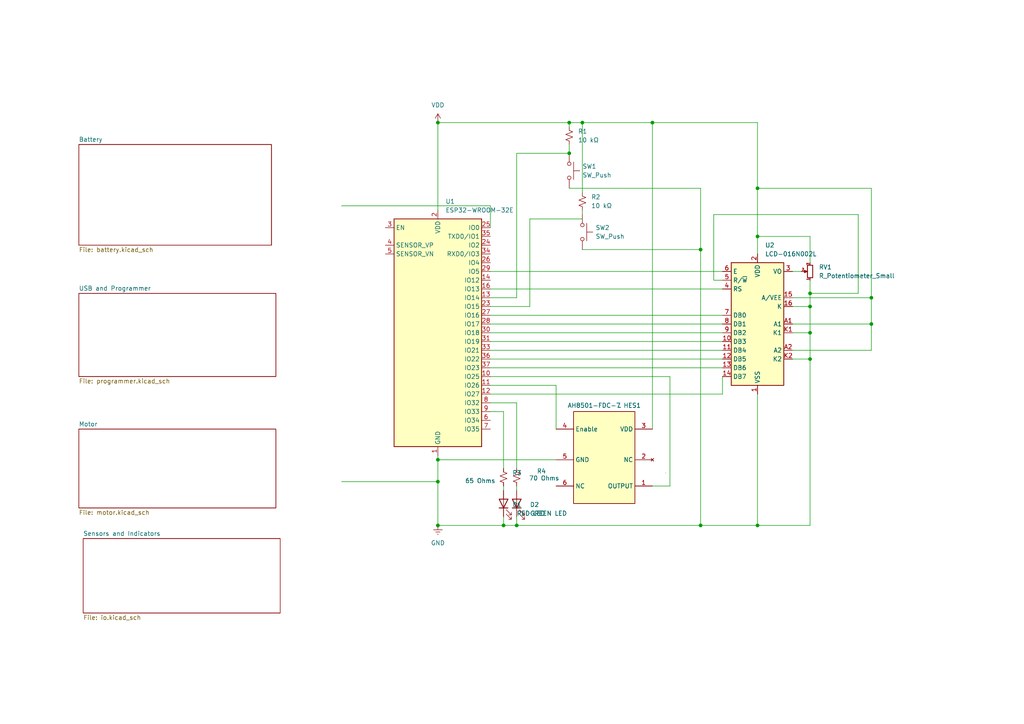
<source format=kicad_sch>
(kicad_sch (version 20231120) (generator "eeschema") (generator_version "8.0")
  (paper "A4")
  (lib_symbols
    (symbol "Device:LED" (pin_numbers hide) (pin_names (offset 1.016) hide)
      (property "Reference" "D" (at 0 2.54 0))
      (property "Value" "LED" (at 0 -2.54 0))
      (symbol "LED_0_1"
        (polyline (pts (xy -1.27 -1.27) (xy -1.27 1.27)) (stroke (width 0.254)))
        (polyline (pts (xy -1.27 0) (xy 1.27 0)))
        (polyline (pts (xy 1.27 -1.27) (xy 1.27 1.27) (xy -1.27 0) (xy 1.27 -1.27)) (stroke (width 0.254)))
        (polyline (pts (xy -3.048 -0.762) (xy -4.572 -2.286) (xy -3.81 -2.286) (xy -4.572 -2.286) (xy -4.572 -1.524)))
        (polyline (pts (xy -1.778 -0.762) (xy -3.302 -2.286) (xy -2.54 -2.286) (xy -3.302 -2.286) (xy -3.302 -1.524)))
      )
      (symbol "LED_1_1"
        (pin passive line (at -3.81 0 0) (length 2.54) (name "K") (number "1"))
        (pin passive line (at 3.81 0 180) (length 2.54) (name "A") (number "2"))
      )
    )
    (symbol "Device:R_Potentiometer_Small" (pin_names (offset 1.016) hide)
      (property "Reference" "RV" (at -4.445 0 90))
      (property "Value" "R_Potentiometer_Small" (at -2.54 0 90))
      (symbol "R_Potentiometer_Small_0_1"
        (polyline (pts (xy 0.889 0) (xy 0.635 0) (xy 1.651 0.381) (xy 1.651 -0.381) (xy 0.635 0) (xy 0.889 0)) (fill (type outline)))
        (rectangle (start 0.762 1.8034) (end -0.762 -1.8034) (stroke (width 0.254)))
      )
      (symbol "R_Potentiometer_Small_1_1"
        (pin passive line (at 0 2.54 270) (length 0.635) (name "1") (number "1"))
        (pin passive line (at 2.54 0 180) (length 0.9906) (name "2") (number "2"))
        (pin passive line (at 0 -2.54 90) (length 0.635) (name "3") (number "3"))
      )
    )
    (symbol "Device:R_Small_US" (pin_numbers hide) (pin_names (offset 0.254) hide)
      (property "Reference" "R" (at 0.762 0.508 0))
      (property "Value" "R_Small_US" (at 0.762 -1.016 0))
      (symbol "R_Small_US_1_1"
        (polyline (pts (xy 0 0) (xy 1.016 -0.381) (xy 0 -0.762) (xy -1.016 -1.143) (xy 0 -1.524)))
        (polyline (pts (xy 0 1.524) (xy 1.016 1.143) (xy 0 0.762) (xy -1.016 0.381) (xy 0 0)))
        (pin passive line (at 0 2.54 270) (length 1.016) (name "~") (number "1"))
        (pin passive line (at 0 -2.54 90) (length 1.016) (name "~") (number "2"))
      )
    )
    (symbol "Display_Character:LCD-016N002L"
      (property "Reference" "U" (at -6.35 18.796 0))
      (property "Value" "LCD-016N002L" (at 8.636 18.796 0))
      (symbol "LCD-016N002L_1_1"
        (rectangle (start -7.62 17.78) (end 7.62 -17.78) (stroke (width 0.254)) (fill (type background)))
        (pin power_in line (at 0 -20.32 90) (length 2.54) (name "VSS") (number "1"))
        (pin bidirectional line (at -10.16 -5.08 0) (length 2.54) (name "DB3") (number "10"))
        (pin bidirectional line (at -10.16 -7.62 0) (length 2.54) (name "DB4") (number "11"))
        (pin bidirectional line (at -10.16 -10.16 0) (length 2.54) (name "DB5") (number "12"))
        (pin bidirectional line (at -10.16 -12.7 0) (length 2.54) (name "DB6") (number "13"))
        (pin bidirectional line (at -10.16 -15.24 0) (length 2.54) (name "DB7") (number "14"))
        (pin power_in line (at 10.16 7.62 180) (length 2.54) (name "A/VEE") (number "15"))
        (pin power_in line (at 10.16 5.08 180) (length 2.54) (name "K") (number "16"))
        (pin power_in line (at 0 20.32 270) (length 2.54) (name "VDD") (number "2"))
        (pin input line (at 10.16 15.24 180) (length 2.54) (name "VO") (number "3"))
        (pin input line (at -10.16 10.16 0) (length 2.54) (name "RS") (number "4"))
        (pin input line (at -10.16 12.7 0) (length 2.54) (name "R/~{W}") (number "5"))
        (pin input line (at -10.16 15.24 0) (length 2.54) (name "E") (number "6"))
        (pin bidirectional line (at -10.16 2.54 0) (length 2.54) (name "DB0") (number "7"))
        (pin bidirectional line (at -10.16 0 0) (length 2.54) (name "DB1") (number "8"))
        (pin bidirectional line (at -10.16 -2.54 0) (length 2.54) (name "DB2") (number "9"))
        (pin power_in line (at 10.16 0 180) (length 2.54) (name "A1") (number "A1"))
        (pin power_in line (at 10.16 -7.62 180) (length 2.54) (name "A2") (number "A2"))
        (pin power_in line (at 10.16 -2.54 180) (length 2.54) (name "K1") (number "K1"))
        (pin power_in line (at 10.16 -10.16 180) (length 2.54) (name "K2") (number "K2"))
      )
    )
    (symbol "RF_Module:ESP32-WROOM-32E"
      (property "Reference" "U" (at -12.7 34.29 0))
      (property "Value" "ESP32-WROOM-32E" (at 1.27 34.29 0))
      (symbol "ESP32-WROOM-32E_0_1"
        (rectangle (start -12.7 33.02) (end 12.7 -33.02) (stroke (width 0.254)) (fill (type background)))
      )
      (symbol "ESP32-WROOM-32E_1_1"
        (pin power_in line (at 0 -35.56 90) (length 2.54) (name "GND") (number "1"))
        (pin bidirectional line (at 15.24 -12.7 180) (length 2.54) (name "IO25") (number "10"))
        (pin bidirectional line (at 15.24 -15.24 180) (length 2.54) (name "IO26") (number "11"))
        (pin bidirectional line (at 15.24 -17.78 180) (length 2.54) (name "IO27") (number "12"))
        (pin bidirectional line (at 15.24 10.16 180) (length 2.54) (name "IO14") (number "13"))
        (pin bidirectional line (at 15.24 15.24 180) (length 2.54) (name "IO12") (number "14"))
        (pin passive line (at 0 -35.56 90) (length 2.54) hide (name "GND") (number "15"))
        (pin bidirectional line (at 15.24 12.7 180) (length 2.54) (name "IO13") (number "16"))
        (pin no_connect line (at -12.7 -5.08 0) (length 2.54) hide (name "NC") (number "17"))
        (pin no_connect line (at -12.7 -7.62 0) (length 2.54) hide (name "NC") (number "18"))
        (pin no_connect line (at -12.7 -12.7 0) (length 2.54) hide (name "NC") (number "19"))
        (pin power_in line (at 0 35.56 270) (length 2.54) (name "VDD") (number "2"))
        (pin no_connect line (at -12.7 -10.16 0) (length 2.54) hide (name "NC") (number "20"))
        (pin no_connect line (at -12.7 0 0) (length 2.54) hide (name "NC") (number "21"))
        (pin no_connect line (at -12.7 -2.54 0) (length 2.54) hide (name "NC") (number "22"))
        (pin bidirectional line (at 15.24 7.62 180) (length 2.54) (name "IO15") (number "23"))
        (pin bidirectional line (at 15.24 25.4 180) (length 2.54) (name "IO2") (number "24"))
        (pin bidirectional line (at 15.24 30.48 180) (length 2.54) (name "IO0") (number "25"))
        (pin bidirectional line (at 15.24 20.32 180) (length 2.54) (name "IO4") (number "26"))
        (pin bidirectional line (at 15.24 5.08 180) (length 2.54) (name "IO16") (number "27"))
        (pin bidirectional line (at 15.24 2.54 180) (length 2.54) (name "IO17") (number "28"))
        (pin bidirectional line (at 15.24 17.78 180) (length 2.54) (name "IO5") (number "29"))
        (pin input line (at -15.24 30.48 0) (length 2.54) (name "EN") (number "3"))
        (pin bidirectional line (at 15.24 0 180) (length 2.54) (name "IO18") (number "30"))
        (pin bidirectional line (at 15.24 -2.54 180) (length 2.54) (name "IO19") (number "31"))
        (pin no_connect line (at -12.7 -27.94 0) (length 2.54) hide (name "NC") (number "32"))
        (pin bidirectional line (at 15.24 -5.08 180) (length 2.54) (name "IO21") (number "33"))
        (pin bidirectional line (at 15.24 22.86 180) (length 2.54) (name "RXD0/IO3") (number "34"))
        (pin bidirectional line (at 15.24 27.94 180) (length 2.54) (name "TXD0/IO1") (number "35"))
        (pin bidirectional line (at 15.24 -7.62 180) (length 2.54) (name "IO22") (number "36"))
        (pin bidirectional line (at 15.24 -10.16 180) (length 2.54) (name "IO23") (number "37"))
        (pin passive line (at 0 -35.56 90) (length 2.54) hide (name "GND") (number "38"))
        (pin passive line (at 0 -35.56 90) (length 2.54) hide (name "GND") (number "39"))
        (pin input line (at -15.24 25.4 0) (length 2.54) (name "SENSOR_VP") (number "4"))
        (pin input line (at -15.24 22.86 0) (length 2.54) (name "SENSOR_VN") (number "5"))
        (pin input line (at 15.24 -25.4 180) (length 2.54) (name "IO34") (number "6"))
        (pin input line (at 15.24 -27.94 180) (length 2.54) (name "IO35") (number "7"))
        (pin bidirectional line (at 15.24 -20.32 180) (length 2.54) (name "IO32") (number "8"))
        (pin bidirectional line (at 15.24 -22.86 180) (length 2.54) (name "IO33") (number "9"))
      )
    )
    (symbol "Sensor_Magnetic:AH8501-FDC-7"
      (property "Reference" "AH8501-FDC-7 HES" (at -14.986 -10.668 90))
      (symbol "AH8501-FDC-7_0_1"
        (rectangle (start 13.97 -20.32) (end -12.7 -2.54) (fill (type color)))
      )
      (symbol "AH8501-FDC-7_1_1"
        (rectangle (start -3.81 -29.21) (end -3.81 -29.21) (fill (type color) (color 221 243 255 1)))
        (rectangle (start 13.97 -20.32) (end -12.7 -2.54) (fill (type background)))
        (pin output line (at -7.62 -25.4 90) (length 5.08) (name "OUTPUT") (number "1"))
        (pin no_connect line (at 0 -25.4 90) (length 5.08) (name "NC") (number "2"))
        (pin power_in line (at 8.89 -25.4 90) (length 5.08) (name "VDD") (number "3"))
        (pin input line (at 8.89 2.54 270) (length 5.08) (name "Enable") (number "4"))
        (pin power_in line (at 0 2.54 270) (length 5.08) (name "GND") (number "5"))
        (pin input line (at -7.62 2.54 270) (length 5.08) (name "NC") (number "6"))
      )
    )
    (symbol "Switch:SW_Push" (pin_numbers hide) (pin_names (offset 1.016) hide)
      (property "Reference" "SW" (at 1.27 2.54 0))
      (property "Value" "SW_Push" (at 0 -1.524 0))
      (symbol "SW_Push_0_1"
        (circle (center -2.032 0) (radius 0.508))
        (polyline (pts (xy 0 1.27) (xy 0 3.048)))
        (polyline (pts (xy 2.54 1.27) (xy -2.54 1.27)))
        (circle (center 2.032 0) (radius 0.508))
        (pin passive line (at -5.08 0 0) (length 2.54) (name "1") (number "1"))
        (pin passive line (at 5.08 0 180) (length 2.54) (name "2") (number "2"))
      )
    )
    (symbol "power:Earth" (power) (pin_numbers hide) (pin_names (offset 0) hide)
      (property "Value" "Earth" (at 0 -3.81 0))
      (symbol "Earth_0_1"
        (polyline (pts (xy -0.635 -1.905) (xy 0.635 -1.905)))
        (polyline (pts (xy -0.127 -2.54) (xy 0.127 -2.54)))
        (polyline (pts (xy 0 -1.27) (xy 0 0)))
        (polyline (pts (xy 1.27 -1.27) (xy -1.27 -1.27)))
      )
      (symbol "Earth_1_1"
        (pin power_in line (at 0 0 270) (length 0) (name "~") (number "1"))
      )
    )
    (symbol "power:VDD" (power) (pin_numbers hide) (pin_names (offset 0) hide)
      (property "Value" "VDD" (at 0 3.556 0))
      (symbol "VDD_0_1"
        (polyline (pts (xy -0.762 1.27) (xy 0 2.54)))
        (polyline (pts (xy 0 0) (xy 0 2.54)))
        (polyline (pts (xy 0 2.54) (xy 0.762 1.27)))
      )
      (symbol "VDD_1_1"
        (pin power_in line (at 0 0 90) (length 0) (name "~") (number "1"))
      )
    )
  )
  (junction (at 165.1 35.56))
  (junction (at 234.95 88.9))
  (junction (at 149.86 152.4))
  (junction (at 219.71 54.61))
  (junction (at 127 133.35))
  (junction (at 219.71 152.4))
  (junction (at 219.71 68.58))
  (junction (at 165.1 44.45))
  (junction (at 127 152.4))
  (junction (at 127 139.7))
  (junction (at 234.95 85.09))
  (junction (at 234.95 96.52))
  (junction (at 189.23 35.56))
  (junction (at 168.91 35.56))
  (junction (at 203.2 72.39))
  (junction (at 234.95 104.14))
  (junction (at 252.73 86.36))
  (junction (at 203.2 152.4))
  (junction (at 146.05 152.4))
  (junction (at 252.73 93.98))
  (junction (at 127 35.56))
  (wire (pts (xy 153.67 63.5) (xy 153.67 88.9)))
  (wire (pts (xy 142.24 78.74) (xy 209.55 78.74)))
  (wire (pts (xy 219.71 114.3) (xy 219.71 152.4)))
  (wire (pts (xy 248.92 85.09) (xy 234.95 85.09)))
  (wire (pts (xy 207.01 62.23) (xy 248.92 62.23)))
  (wire (pts (xy 209.55 109.22) (xy 209.55 114.3)))
  (wire (pts (xy 209.55 81.28) (xy 207.01 81.28)))
  (wire (pts (xy 142.24 99.06) (xy 209.55 99.06)))
  (wire (pts (xy 142.24 83.82) (xy 209.55 83.82)))
  (wire (pts (xy 99.06 139.7) (xy 127 139.7)))
  (wire (pts (xy 146.05 152.4) (xy 149.86 152.4)))
  (wire (pts (xy 165.1 35.56) (xy 168.91 35.56)))
  (wire (pts (xy 234.95 81.28) (xy 234.95 85.09)))
  (wire (pts (xy 127 133.35) (xy 161.29 133.35)))
  (wire (pts (xy 219.71 152.4) (xy 203.2 152.4)))
  (wire (pts (xy 229.87 104.14) (xy 234.95 104.14)))
  (wire (pts (xy 153.67 88.9) (xy 142.24 88.9)))
  (wire (pts (xy 219.71 54.61) (xy 219.71 35.56)))
  (wire (pts (xy 146.05 119.38) (xy 146.05 135.89)))
  (wire (pts (xy 142.24 116.84) (xy 149.86 116.84)))
  (wire (pts (xy 149.86 152.4) (xy 203.2 152.4)))
  (wire (pts (xy 207.01 81.28) (xy 207.01 62.23)))
  (wire (pts (xy 142.24 101.6) (xy 209.55 101.6)))
  (wire (pts (xy 127 132.08) (xy 127 133.35)))
  (wire (pts (xy 219.71 54.61) (xy 252.73 54.61)))
  (wire (pts (xy 142.24 96.52) (xy 209.55 96.52)))
  (wire (pts (xy 165.1 54.61) (xy 203.2 54.61)))
  (wire (pts (xy 194.31 109.22) (xy 142.24 109.22)))
  (wire (pts (xy 146.05 140.97) (xy 146.05 142.24)))
  (wire (pts (xy 161.29 124.46) (xy 161.29 111.76)))
  (wire (pts (xy 203.2 54.61) (xy 203.2 72.39)))
  (wire (pts (xy 142.24 106.68) (xy 209.55 106.68)))
  (wire (pts (xy 194.31 140.97) (xy 194.31 109.22)))
  (wire (pts (xy 165.1 41.91) (xy 165.1 44.45)))
  (wire (pts (xy 252.73 93.98) (xy 252.73 86.36)))
  (wire (pts (xy 168.91 72.39) (xy 203.2 72.39)))
  (wire (pts (xy 189.23 140.97) (xy 194.31 140.97)))
  (wire (pts (xy 127 35.56) (xy 127 60.96)))
  (wire (pts (xy 127 133.35) (xy 127 139.7)))
  (wire (pts (xy 234.95 85.09) (xy 234.95 88.9)))
  (wire (pts (xy 252.73 86.36) (xy 252.73 54.61)))
  (wire (pts (xy 229.87 86.36) (xy 252.73 86.36)))
  (wire (pts (xy 168.91 35.56) (xy 189.23 35.56)))
  (wire (pts (xy 127 35.56) (xy 165.1 35.56)))
  (wire (pts (xy 234.95 152.4) (xy 219.71 152.4)))
  (wire (pts (xy 229.87 96.52) (xy 234.95 96.52)))
  (wire (pts (xy 168.91 35.56) (xy 168.91 55.88)))
  (wire (pts (xy 142.24 91.44) (xy 209.55 91.44)))
  (wire (pts (xy 161.29 111.76) (xy 142.24 111.76)))
  (wire (pts (xy 252.73 101.6) (xy 252.73 93.98)))
  (wire (pts (xy 189.23 35.56) (xy 189.23 124.46)))
  (wire (pts (xy 149.86 86.36) (xy 142.24 86.36)))
  (wire (pts (xy 142.24 119.38) (xy 146.05 119.38)))
  (wire (pts (xy 219.71 73.66) (xy 219.71 68.58)))
  (wire (pts (xy 234.95 96.52) (xy 234.95 104.14)))
  (wire (pts (xy 234.95 88.9) (xy 234.95 96.52)))
  (wire (pts (xy 149.86 116.84) (xy 149.86 135.89)))
  (wire (pts (xy 149.86 149.86) (xy 149.86 152.4)))
  (wire (pts (xy 234.95 68.58) (xy 219.71 68.58)))
  (wire (pts (xy 229.87 101.6) (xy 252.73 101.6)))
  (wire (pts (xy 149.86 44.45) (xy 149.86 86.36)))
  (wire (pts (xy 234.95 104.14) (xy 234.95 152.4)))
  (wire (pts (xy 142.24 93.98) (xy 209.55 93.98)))
  (wire (pts (xy 127 152.4) (xy 146.05 152.4)))
  (wire (pts (xy 229.87 88.9) (xy 234.95 88.9)))
  (wire (pts (xy 229.87 93.98) (xy 252.73 93.98)))
  (wire (pts (xy 153.67 63.5) (xy 168.91 63.5)))
  (wire (pts (xy 149.86 140.97) (xy 149.86 142.24)))
  (wire (pts (xy 203.2 72.39) (xy 203.2 152.4)))
  (wire (pts (xy 165.1 36.83) (xy 165.1 35.56)))
  (wire (pts (xy 219.71 35.56) (xy 189.23 35.56)))
  (wire (pts (xy 219.71 68.58) (xy 219.71 54.61)))
  (wire (pts (xy 165.1 44.45) (xy 149.86 44.45)))
  (wire (pts (xy 234.95 76.2) (xy 234.95 68.58)))
  (wire (pts (xy 142.24 59.69) (xy 99.06 59.69)))
  (wire (pts (xy 142.24 66.04) (xy 142.24 59.69)))
  (wire (pts (xy 168.91 60.96) (xy 168.91 62.23)))
  (wire (pts (xy 146.05 149.86) (xy 146.05 152.4)))
  (wire (pts (xy 127 139.7) (xy 127 152.4)))
  (wire (pts (xy 142.24 104.14) (xy 209.55 104.14)))
  (wire (pts (xy 209.55 114.3) (xy 142.24 114.3)))
  (wire (pts (xy 229.87 78.74) (xy 232.41 78.74)))
  (wire (pts (xy 248.92 62.23) (xy 248.92 85.09)))
  (symbol (lib_id "RF_Module:ESP32-WROOM-32E") (at 127 96.52 0) (unit 1)
    (property "Reference" "U1" (at 129.1941 58.42 0) (effects (justify left)))
    (property "Value" "ESP32-WROOM-32E" (at 129.1941 60.96 0) (effects (justify left)))
    (property "Footprint" "RF_Module:ESP32-WROOM-32D" (effects (hide yes)))
    (property "Datasheet" "https://www.espressif.com/sites/default/files/documentation/esp32-wroom-32e_esp32-wroom-32ue_datasheet_en.pdf" (effects (hide yes)))
    (property "Description" "RF Module, ESP32-D0WD-V3 SoC, without PSRAM, Wi-Fi 802.11b/g/n, Bluetooth, BLE, 32-bit, 2.7-3.6V, onboard antenna, SMD" (effects (hide yes)))
  )
  (symbol (lib_id "Device:R_Small_US") (at 165.1 39.37 0) (unit 1)
    (property "Reference" "R1" (at 167.64 38.0999 0) (effects (justify left)))
    (property "Value" "10 kΩ" (at 167.64 40.6399 0) (effects (justify left)))
    (property "Description" "Resistor, small US symbol" (effects (hide yes)))
  )
  (symbol (lib_id "Sensor_Magnetic:AH8501-FDC-7") (at 163.83 133.35 90) (unit 1)
    (property "Reference" "AH8501-FDC-7 HES1" (at 175.26 117.602 90))
    (property "Value" "~" (at 179.705 118.11 90))
  )
  (symbol (lib_id "Device:R_Small_US") (at 149.86 138.43 0) (unit 1)
    (property "Reference" "R4" (at 155.702 136.652 0) (effects (justify left)))
    (property "Value" "70 Ohms" (at 153.416 138.684 0) (effects (justify left)))
    (property "Description" "Resistor, small US symbol" (effects (hide yes)))
  )
  (symbol (lib_id "Device:LED") (at 146.05 146.05 90) (unit 1)
    (property "Reference" "D1" (at 148.59 146.3674 90) (effects (justify right)))
    (property "Value" "RED LED" (at 149.86 148.9074 90) (effects (justify right)))
    (property "Description" "Light emitting diode" (effects (hide yes)))
  )
  (symbol (lib_id "Device:R_Potentiometer_Small") (at 234.95 78.74 180) (unit 1)
    (property "Reference" "RV1" (at 237.49 77.4699 0) (effects (justify right)))
    (property "Value" "R_Potentiometer_Small" (at 237.49 80.0099 0) (effects (justify right)))
    (property "Description" "Potentiometer" (effects (hide yes)))
  )
  (symbol (lib_id "Device:R_Small_US") (at 146.05 138.43 0) (unit 1)
    (property "Reference" "R3" (at 148.59 137.1599 0) (effects (justify left)))
    (property "Value" "65 Ohms" (at 134.874 139.446 0) (effects (justify left)))
    (property "Description" "Resistor, small US symbol" (effects (hide yes)))
  )
  (symbol (lib_id "Switch:SW_Push") (at 168.91 67.31 270) (unit 1)
    (property "Reference" "SW2" (at 172.72 66.0399 90) (effects (justify left)))
    (property "Value" "SW_Push" (at 172.72 68.5799 90) (effects (justify left)))
    (property "Description" "Push button switch, generic, two pins" (effects (hide yes)))
  )
  (symbol (lib_id "Device:LED") (at 149.86 146.05 90) (unit 1)
    (property "Reference" "D2" (at 153.67 146.3674 90) (effects (justify right)))
    (property "Value" "GREEN LED" (at 153.67 148.9074 90) (effects (justify right)))
    (property "Description" "Light emitting diode" (effects (hide yes)))
  )
  (symbol (lib_id "power:Earth") (at 127 152.4 0) (unit 1)
    (property "Reference" "#PWR01" (effects (hide yes)))
    (property "Value" "GND" (at 127 157.48 0))
    (property "Description" "Power symbol creates a global label with name \"Earth\"" (effects (hide yes)))
  )
  (symbol (lib_id "Switch:SW_Push") (at 165.1 49.53 270) (unit 1)
    (property "Reference" "SW1" (at 168.91 48.2599 90) (effects (justify left)))
    (property "Value" "SW_Push" (at 168.91 50.7999 90) (effects (justify left)))
    (property "Description" "Push button switch, generic, two pins" (effects (hide yes)))
  )
  (symbol (lib_id "Display_Character:LCD-016N002L") (at 219.71 93.98 0) (unit 1)
    (property "Reference" "U2" (at 221.9041 71.12 0) (effects (justify left)))
    (property "Value" "LCD-016N002L" (at 221.9041 73.66 0) (effects (justify left)))
    (property "Footprint" "Display:LCD-016N002L" (effects (hide yes)))
    (property "Datasheet" "http://www.vishay.com/docs/37299/37299.pdf" (effects (hide yes)))
    (property "Description" "LCD 12x2, 8 bit parallel bus, 3V or 5V VDD" (effects (hide yes)))
  )
  (symbol (lib_id "power:VDD") (at 127 35.56 0) (unit 1)
    (property "Reference" "#PWR02" (effects (hide yes)))
    (property "Value" "VDD" (at 127 30.48 0))
    (property "Description" "Power symbol creates a global label with name \"VDD\"" (effects (hide yes)))
  )
  (symbol (lib_id "Device:R_Small_US") (at 168.91 58.42 0) (unit 1)
    (property "Reference" "R2" (at 171.45 57.1499 0) (effects (justify left)))
    (property "Value" "10 kΩ" (at 171.45 59.6899 0) (effects (justify left)))
    (property "Description" "Resistor, small US symbol" (effects (hide yes)))
  )
  (sheet (at 24.13 156.21) (size 57.15 21.59) (stroke (width 0.1524))
    (property "Sheetname" "Sensors and Indicators" (at 24.13 155.4984 0) (effects (justify left bottom)))
    (property "Sheetfile" "io.kicad_sch" (at 24.13 178.3846 0) (effects (justify left top)))
  )
  (sheet (at 22.86 41.91) (size 55.88 29.21) (stroke (width 0.1524))
    (property "Sheetname" "Battery" (at 22.86 41.1984 0) (effects (justify left bottom)))
    (property "Sheetfile" "battery.kicad_sch" (at 22.86 71.7046 0) (effects (justify left top)))
  )
  (sheet (at 22.86 85.09) (size 57.15 24.13) (stroke (width 0.1524))
    (property "Sheetname" "USB and Programmer" (at 22.86 84.3784 0) (effects (justify left bottom)))
    (property "Sheetfile" "programmer.kicad_sch" (at 22.86 109.8046 0) (effects (justify left top)))
  )
  (sheet (at 22.86 124.46) (size 57.15 22.86) (stroke (width 0.1524))
    (property "Sheetname" "Motor" (at 22.86 123.7484 0) (effects (justify left bottom)))
    (property "Sheetfile" "motor.kicad_sch" (at 22.86 147.9046 0) (effects (justify left top)))
  )
)
</source>
